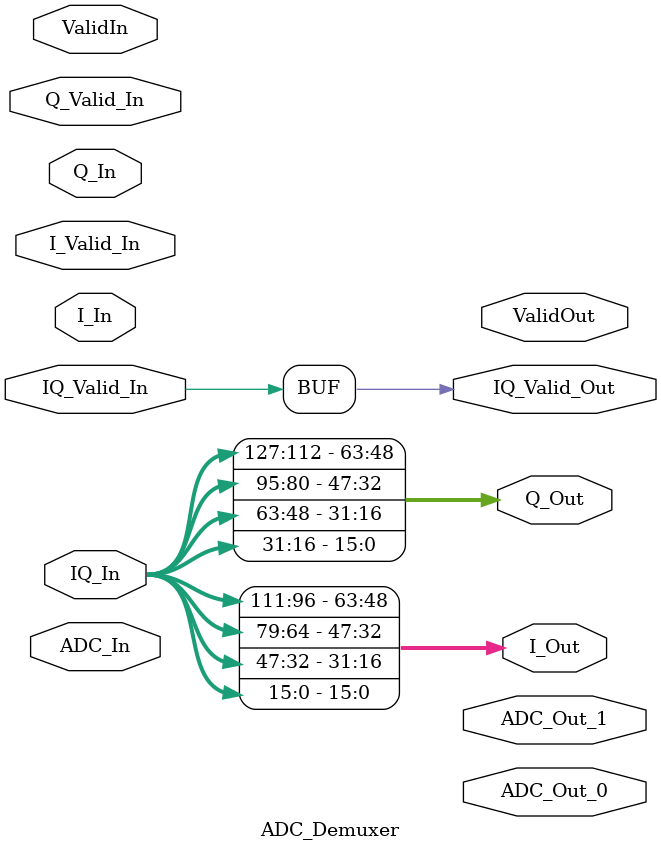
<source format=v>



`timescale 1 ns / 1 ns

module ADC_Demuxer
          #(
          parameter IQMODE = 1,
          parameter SAMPLESPERCLOCK = 4,
          parameter ISGEN3 = 1         
          )
          (ADC_In,  //Real only for >8 samples per clock
           ValidIn, //Real only for >8 samples per clock
           ADC_Out_0, //Real only for >8 samples per clock
           ADC_Out_1, //Real only for >8 samples per clock
           ValidOut,  //Real only for >8 samples per clock
           I_In,   // Input stream for I from RFIP (Gen1)
           Q_In,   // Input stream for Q from RFIP (Gen1)
           I_Valid_In,  // To be used for both RFIP->DUT (Gen1)
           Q_Valid_In,  // To be used for both RFIP->DUT (Gen1)         
           IQ_In,  // Enabled if using IQ interleaved - input from RFIP (Gen3 only)
           IQ_Valid_In, // Enabled if using IQ (Gen3 only)
           I_Out,   // I channel to DUT (For all gen)
           Q_Out,   // Q channel to DUT (For all gen)
           IQ_Valid_Out); // Enabled if using IQ interleaved

  input   signed [(SAMPLESPERCLOCK*16-1):0] ADC_In;  // sfix128 - from RFDC - real only
  input   signed [(SAMPLESPERCLOCK*16-1):0] I_In;  // sfix128 - from RFDC - gen1 IQ input
  input   signed [(SAMPLESPERCLOCK*16-1):0] Q_In;  // sfix128 - from RFDC - gen1 IQ input
  input   signed [ (SAMPLESPERCLOCK*2*16-1):0 ] IQ_In;   // gen3 IQ input

  input   ValidIn; //input REAL valid
  input   I_Valid_In;  // I valid
  input   Q_Valid_In;  // Q valid
  input   IQ_Valid_In; // IQ Valid in (Gen3)
  output  IQ_Valid_Out; // IQ Valid out (all)
  output  ValidOut; // output REAL valid

  output  signed [ ((SAMPLESPERCLOCK > 8) ? 127:(16*SAMPLESPERCLOCK-1)) :0] ADC_Out_0;  // REAL lower-bits to DUT. if >8 samples we occupy all 128-bits. If < 8 samples, we choose 16*samples per clock
  output  signed [ ((SAMPLESPERCLOCK > 8) ? (16*(SAMPLESPERCLOCK-8)-1):0):0] ADC_Out_1;  // REAL upper-bits to DUT. Only use if >8 samples per clock. Remaining upper bits placed here

  output  signed [(SAMPLESPERCLOCK*16-1):0] I_Out;  // I lower-bits to DUT
  output  signed [(SAMPLESPERCLOCK*16-1):0] Q_Out;  // Q lower-bits to DUT
  
  genvar n; 
  if (IQMODE==0)
    // for REAL only - accomdates >8 samples per clock as well
    begin
      for (n=0;n<SAMPLESPERCLOCK;n=n+1) begin: in_loop
        if (n<8)
          assign ADC_Out_0[((n+1)*16-1):(n*16)] = {ADC_In[((n+1)*16-1):(n*16)]};  // lower bit
        else
          assign ADC_Out_1[((n-8+1)*16-1):((n-8)*16)] = {ADC_In[((n+1)*16-1):(n*16)]}; // upper bit
      end
      assign ValidOut = ValidIn; // for REAL Valid
    end       
  else if (  IQMODE==1 && ISGEN3 == 1 )
    // de-interleave incoming IQ stream - Gen3 only
    begin
      for (n=0; n<SAMPLESPERCLOCK; n=n+1) begin: in_loop
        assign I_Out[((n+1)*16-1):(n*16)] = {IQ_In[((2*n+1)*16-1):(2*n*16)]};
        assign Q_Out[((n+1)*16-1):(n*16)] = {IQ_In[((2*n+1)*16-1+16):(2*n*16+16)]};
      end     
      assign IQ_Valid_Out = IQ_Valid_In ; // IQ Valid;
    end
  else
    // For IQ Gen1
    begin
      assign I_Out = I_In;    
      assign Q_Out = Q_In;
      assign IQ_Valid_Out = I_Valid_In & Q_Valid_In; // IQ Valid;
    end

endmodule  // ADC_Demuxer


</source>
